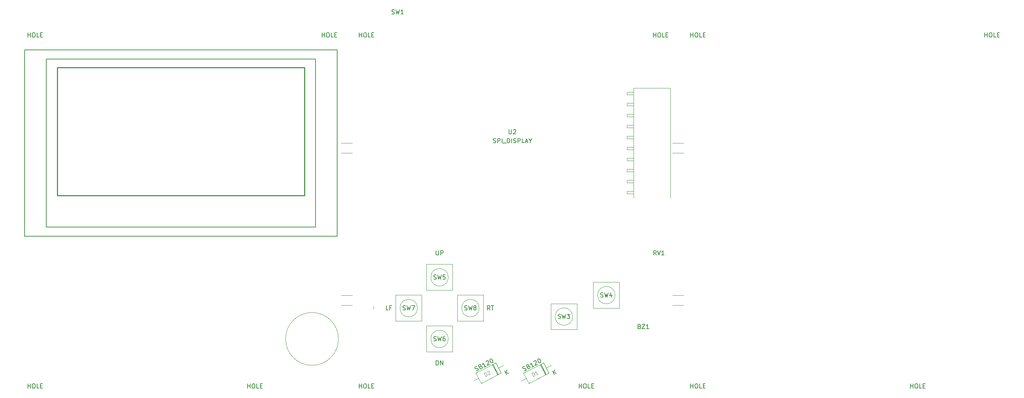
<source format=gbr>
G04 #@! TF.GenerationSoftware,KiCad,Pcbnew,(5.1.9-0-10_14)*
G04 #@! TF.CreationDate,2021-06-07T20:14:56-07:00*
G04 #@! TF.ProjectId,system,73797374-656d-42e6-9b69-6361645f7063,1.0-dev5*
G04 #@! TF.SameCoordinates,Original*
G04 #@! TF.FileFunction,Other,Fab,Top*
%FSLAX46Y46*%
G04 Gerber Fmt 4.6, Leading zero omitted, Abs format (unit mm)*
G04 Created by KiCad (PCBNEW (5.1.9-0-10_14)) date 2021-06-07 20:14:56*
%MOMM*%
%LPD*%
G01*
G04 APERTURE LIST*
%ADD10C,0.100000*%
%ADD11C,0.150000*%
%ADD12C,0.250000*%
%ADD13C,0.200000*%
%ADD14C,0.120000*%
G04 APERTURE END LIST*
D10*
X167636000Y-100076000D02*
X167640000Y-82296000D01*
X176146000Y-82296000D02*
X176146000Y-100076000D01*
X166116000Y-96566000D02*
X167636000Y-96566000D01*
X167636000Y-95966000D02*
X166116000Y-95966000D01*
X166116000Y-95966000D02*
X166116000Y-96566000D01*
X166116000Y-94026000D02*
X167636000Y-94026000D01*
X167636000Y-93426000D02*
X166116000Y-93426000D01*
X166116000Y-93426000D02*
X166116000Y-94026000D01*
X166116000Y-91486000D02*
X167636000Y-91486000D01*
X167636000Y-90886000D02*
X166116000Y-90886000D01*
X166116000Y-90886000D02*
X166116000Y-91486000D01*
X166116000Y-88946000D02*
X167636000Y-88946000D01*
X167636000Y-88346000D02*
X166116000Y-88346000D01*
X166116000Y-88346000D02*
X166116000Y-88946000D01*
X176146000Y-82296000D02*
X167640000Y-82296000D01*
X166116000Y-99106000D02*
X167636000Y-99106000D01*
X167636000Y-98506000D02*
X166116000Y-98506000D01*
X166116000Y-98506000D02*
X166116000Y-99106000D01*
X167636000Y-85806000D02*
X166116000Y-85806000D01*
X166116000Y-86406000D02*
X167636000Y-86406000D01*
X166116000Y-85806000D02*
X166116000Y-86406000D01*
X167636000Y-101046000D02*
X166116000Y-101046000D01*
X166116000Y-101646000D02*
X167636000Y-101646000D01*
X166116000Y-101046000D02*
X166116000Y-101646000D01*
X166116000Y-106126000D02*
X166116000Y-106726000D01*
X176146000Y-100076000D02*
X176146000Y-107696000D01*
X167636000Y-107696000D02*
X167636000Y-101046000D01*
X167640000Y-100076000D02*
X167636000Y-101046000D01*
X166116000Y-106726000D02*
X167636000Y-106726000D01*
X167636000Y-106126000D02*
X166116000Y-106126000D01*
X167636000Y-103586000D02*
X166116000Y-103586000D01*
X166116000Y-103586000D02*
X166116000Y-104186000D01*
X166116000Y-104186000D02*
X167636000Y-104186000D01*
X167636000Y-83266000D02*
X166116000Y-83266000D01*
X166116000Y-83266000D02*
X166116000Y-83866000D01*
X166116000Y-83866000D02*
X167636000Y-83866000D01*
X107696000Y-132669000D02*
X107696000Y-133269000D01*
X148140078Y-148097656D02*
X146893356Y-145702727D01*
X146893356Y-145702727D02*
X142280900Y-148103820D01*
X142280900Y-148103820D02*
X143527621Y-150498749D01*
X143527621Y-150498749D02*
X148140078Y-148097656D01*
X148590000Y-146341476D02*
X147516717Y-146900192D01*
X141830977Y-149860000D02*
X142904261Y-149301285D01*
X147448209Y-148457820D02*
X146201488Y-146062891D01*
X147359508Y-148503995D02*
X146112787Y-146109066D01*
X147536910Y-148411646D02*
X146290189Y-146016716D01*
X137119101Y-148097656D02*
X135872379Y-145702727D01*
X135872379Y-145702727D02*
X131259923Y-148103820D01*
X131259923Y-148103820D02*
X132506644Y-150498749D01*
X132506644Y-150498749D02*
X137119101Y-148097656D01*
X137569023Y-146341476D02*
X136495740Y-146900192D01*
X130810000Y-149860000D02*
X131883284Y-149301285D01*
X136427232Y-148457820D02*
X135180511Y-146062891D01*
X136338531Y-148503995D02*
X135091810Y-146109066D01*
X136515933Y-148411646D02*
X135269212Y-146016716D01*
D11*
X27309500Y-73496000D02*
X99309500Y-73496000D01*
X27309500Y-116496000D02*
X99309500Y-116496000D01*
X99309500Y-73496000D02*
X99309500Y-116496000D01*
X27309500Y-73496000D02*
X27309500Y-116496000D01*
D12*
X34809500Y-77596000D02*
X91809500Y-77596000D01*
X34809500Y-107096000D02*
X91809500Y-107096000D01*
D13*
X32309500Y-75596000D02*
X94309500Y-75596000D01*
X32309500Y-75596000D02*
X32309500Y-114396000D01*
X94309500Y-75596000D02*
X94309500Y-114396000D01*
X32309500Y-114396000D02*
X94309500Y-114396000D01*
D12*
X34809500Y-77596000D02*
X34809500Y-107096000D01*
X91809500Y-77596000D02*
X91809500Y-107096000D01*
D14*
X99635500Y-140208000D02*
G75*
G03*
X99635500Y-140208000I-6100000J0D01*
G01*
D10*
X148602000Y-135053000D02*
X148602000Y-132053000D01*
X148602000Y-132053000D02*
X154602000Y-132053000D01*
X154602000Y-132053000D02*
X154602000Y-138053000D01*
X154602000Y-138053000D02*
X148602000Y-138053000D01*
X148602000Y-138053000D02*
X148602000Y-135053000D01*
X153617564Y-135053000D02*
G75*
G03*
X153617564Y-135053000I-2015564J0D01*
G01*
X158381000Y-130100000D02*
X158381000Y-127100000D01*
X158381000Y-127100000D02*
X164381000Y-127100000D01*
X164381000Y-127100000D02*
X164381000Y-133100000D01*
X164381000Y-133100000D02*
X158381000Y-133100000D01*
X158381000Y-133100000D02*
X158381000Y-130100000D01*
X163396564Y-130100000D02*
G75*
G03*
X163396564Y-130100000I-2015564J0D01*
G01*
X119936000Y-125984000D02*
X119936000Y-122984000D01*
X119936000Y-122984000D02*
X125936000Y-122984000D01*
X125936000Y-122984000D02*
X125936000Y-128984000D01*
X125936000Y-128984000D02*
X119936000Y-128984000D01*
X119936000Y-128984000D02*
X119936000Y-125984000D01*
X124951564Y-125984000D02*
G75*
G03*
X124951564Y-125984000I-2015564J0D01*
G01*
X125936000Y-140208000D02*
X125936000Y-143208000D01*
X125936000Y-143208000D02*
X119936000Y-143208000D01*
X119936000Y-143208000D02*
X119936000Y-137208000D01*
X119936000Y-137208000D02*
X125936000Y-137208000D01*
X125936000Y-137208000D02*
X125936000Y-140208000D01*
X124951564Y-140208000D02*
G75*
G03*
X124951564Y-140208000I-2015564J0D01*
G01*
X112824000Y-133096000D02*
X112824000Y-130096000D01*
X112824000Y-130096000D02*
X118824000Y-130096000D01*
X118824000Y-130096000D02*
X118824000Y-136096000D01*
X118824000Y-136096000D02*
X112824000Y-136096000D01*
X112824000Y-136096000D02*
X112824000Y-133096000D01*
X117839564Y-133096000D02*
G75*
G03*
X117839564Y-133096000I-2015564J0D01*
G01*
X133048000Y-133096000D02*
X133048000Y-136096000D01*
X133048000Y-136096000D02*
X127048000Y-136096000D01*
X127048000Y-136096000D02*
X127048000Y-130096000D01*
X127048000Y-130096000D02*
X133048000Y-130096000D01*
X133048000Y-130096000D02*
X133048000Y-133096000D01*
X132063564Y-133096000D02*
G75*
G03*
X132063564Y-133096000I-2015564J0D01*
G01*
X179165000Y-130175000D02*
X176625000Y-130175000D01*
X179165000Y-132461000D02*
X176625000Y-132461000D01*
X179165000Y-97282000D02*
X176625000Y-97282000D01*
X179165000Y-94996000D02*
X176625000Y-94996000D01*
X100235000Y-97282000D02*
X102775000Y-97282000D01*
X100235000Y-94996000D02*
X102775000Y-94996000D01*
X100235000Y-130175000D02*
X102775000Y-130175000D01*
X100235000Y-132461000D02*
X102775000Y-132461000D01*
D11*
X142454384Y-147601746D02*
X142603088Y-147578021D01*
X142814281Y-147468080D01*
X142876770Y-147381866D01*
X142897021Y-147317639D01*
X142895284Y-147211174D01*
X142851308Y-147126697D01*
X142765093Y-147064207D01*
X142700866Y-147043957D01*
X142594401Y-147045694D01*
X142403458Y-147091408D01*
X142296993Y-147093145D01*
X142232767Y-147072895D01*
X142146552Y-147010405D01*
X142102576Y-146925928D01*
X142100838Y-146819463D01*
X142121089Y-146755236D01*
X142183578Y-146669022D01*
X142394771Y-146559082D01*
X142543475Y-146535356D01*
X143417185Y-146563695D02*
X143565889Y-146539970D01*
X143630116Y-146560220D01*
X143716330Y-146622709D01*
X143782294Y-146749425D01*
X143784032Y-146855891D01*
X143763781Y-146920117D01*
X143701292Y-147006332D01*
X143363383Y-147182236D01*
X142901635Y-146295225D01*
X143197305Y-146141309D01*
X143303770Y-146139572D01*
X143367997Y-146159822D01*
X143454211Y-146222311D01*
X143498187Y-146306789D01*
X143499925Y-146413254D01*
X143479674Y-146477480D01*
X143417185Y-146563695D01*
X143121515Y-146717611D01*
X144715019Y-146478619D02*
X144208155Y-146742475D01*
X144461587Y-146610547D02*
X143999838Y-145723536D01*
X143981325Y-145894228D01*
X143940824Y-146022682D01*
X143878335Y-146108896D01*
X144635155Y-145500181D02*
X144655406Y-145435955D01*
X144717895Y-145349740D01*
X144929088Y-145239800D01*
X145035553Y-145238062D01*
X145099780Y-145258313D01*
X145185994Y-145320802D01*
X145229971Y-145405279D01*
X145253696Y-145553983D01*
X145010689Y-146324703D01*
X145559791Y-146038859D01*
X145647144Y-144866003D02*
X145731622Y-144822027D01*
X145838087Y-144820290D01*
X145902313Y-144840540D01*
X145988528Y-144903030D01*
X146118719Y-145049996D01*
X146228659Y-145261189D01*
X146274372Y-145452132D01*
X146276110Y-145558597D01*
X146255859Y-145622823D01*
X146193370Y-145709038D01*
X146108893Y-145753014D01*
X146002428Y-145754752D01*
X145938201Y-145734501D01*
X145851986Y-145672012D01*
X145721796Y-145525045D01*
X145611855Y-145313852D01*
X145566142Y-145122910D01*
X145564405Y-145016445D01*
X145584655Y-144952218D01*
X145647144Y-144866003D01*
X149397721Y-148460295D02*
X148935973Y-147573285D01*
X149904585Y-148196439D02*
X149260581Y-147887468D01*
X149442836Y-147309428D02*
X149199829Y-148080148D01*
D14*
X144587735Y-148832928D02*
X144218336Y-148123319D01*
X144387290Y-148035367D01*
X144506253Y-148016386D01*
X144609016Y-148048787D01*
X144677988Y-148098779D01*
X144782140Y-148216352D01*
X144834912Y-148317724D01*
X144871482Y-148470478D01*
X144872872Y-148555651D01*
X144840471Y-148658413D01*
X144756689Y-148744975D01*
X144587735Y-148832928D01*
X145669043Y-148270034D02*
X145263553Y-148481119D01*
X145466298Y-148375576D02*
X145096899Y-147665968D01*
X145082088Y-147802521D01*
X145049688Y-147905284D01*
X144999696Y-147974256D01*
D11*
X131433407Y-147601746D02*
X131582111Y-147578021D01*
X131793304Y-147468080D01*
X131855793Y-147381866D01*
X131876044Y-147317639D01*
X131874307Y-147211174D01*
X131830331Y-147126697D01*
X131744116Y-147064207D01*
X131679889Y-147043957D01*
X131573424Y-147045694D01*
X131382481Y-147091408D01*
X131276016Y-147093145D01*
X131211790Y-147072895D01*
X131125575Y-147010405D01*
X131081599Y-146925928D01*
X131079861Y-146819463D01*
X131100112Y-146755236D01*
X131162601Y-146669022D01*
X131373794Y-146559082D01*
X131522498Y-146535356D01*
X132396208Y-146563695D02*
X132544912Y-146539970D01*
X132609139Y-146560220D01*
X132695353Y-146622709D01*
X132761317Y-146749425D01*
X132763055Y-146855891D01*
X132742804Y-146920117D01*
X132680315Y-147006332D01*
X132342406Y-147182236D01*
X131880658Y-146295225D01*
X132176328Y-146141309D01*
X132282793Y-146139572D01*
X132347020Y-146159822D01*
X132433234Y-146222311D01*
X132477210Y-146306789D01*
X132478948Y-146413254D01*
X132458697Y-146477480D01*
X132396208Y-146563695D01*
X132100538Y-146717611D01*
X133694042Y-146478619D02*
X133187178Y-146742475D01*
X133440610Y-146610547D02*
X132978861Y-145723536D01*
X132960348Y-145894228D01*
X132919847Y-146022682D01*
X132857358Y-146108896D01*
X133614178Y-145500181D02*
X133634429Y-145435955D01*
X133696918Y-145349740D01*
X133908111Y-145239800D01*
X134014576Y-145238062D01*
X134078803Y-145258313D01*
X134165017Y-145320802D01*
X134208994Y-145405279D01*
X134232719Y-145553983D01*
X133989712Y-146324703D01*
X134538814Y-146038859D01*
X134626167Y-144866003D02*
X134710645Y-144822027D01*
X134817110Y-144820290D01*
X134881336Y-144840540D01*
X134967551Y-144903030D01*
X135097742Y-145049996D01*
X135207682Y-145261189D01*
X135253395Y-145452132D01*
X135255133Y-145558597D01*
X135234882Y-145622823D01*
X135172393Y-145709038D01*
X135087916Y-145753014D01*
X134981451Y-145754752D01*
X134917224Y-145734501D01*
X134831009Y-145672012D01*
X134700819Y-145525045D01*
X134590878Y-145313852D01*
X134545165Y-145122910D01*
X134543428Y-145016445D01*
X134563678Y-144952218D01*
X134626167Y-144866003D01*
X138376744Y-148460295D02*
X137914996Y-147573285D01*
X138883608Y-148196439D02*
X138239604Y-147887468D01*
X138421859Y-147309428D02*
X138178852Y-148080148D01*
D14*
X133566758Y-148832928D02*
X133197359Y-148123319D01*
X133366313Y-148035367D01*
X133485276Y-148016386D01*
X133588039Y-148048787D01*
X133657011Y-148098779D01*
X133761163Y-148216352D01*
X133813935Y-148317724D01*
X133850505Y-148470478D01*
X133851895Y-148555651D01*
X133819494Y-148658413D01*
X133735712Y-148744975D01*
X133566758Y-148832928D01*
X133908357Y-147839092D02*
X133924558Y-147787711D01*
X133974549Y-147718739D01*
X134143504Y-147630787D01*
X134228676Y-147629397D01*
X134280057Y-147645597D01*
X134349029Y-147695589D01*
X134384210Y-147763171D01*
X134403190Y-147882134D01*
X134208785Y-148498709D01*
X134648066Y-148270034D01*
D11*
X138938095Y-91908380D02*
X138938095Y-92717904D01*
X138985714Y-92813142D01*
X139033333Y-92860761D01*
X139128571Y-92908380D01*
X139319047Y-92908380D01*
X139414285Y-92860761D01*
X139461904Y-92813142D01*
X139509523Y-92717904D01*
X139509523Y-91908380D01*
X139938095Y-92003619D02*
X139985714Y-91956000D01*
X140080952Y-91908380D01*
X140319047Y-91908380D01*
X140414285Y-91956000D01*
X140461904Y-92003619D01*
X140509523Y-92098857D01*
X140509523Y-92194095D01*
X140461904Y-92336952D01*
X139890476Y-92908380D01*
X140509523Y-92908380D01*
X135319047Y-94900761D02*
X135461904Y-94948380D01*
X135700000Y-94948380D01*
X135795238Y-94900761D01*
X135842857Y-94853142D01*
X135890476Y-94757904D01*
X135890476Y-94662666D01*
X135842857Y-94567428D01*
X135795238Y-94519809D01*
X135700000Y-94472190D01*
X135509523Y-94424571D01*
X135414285Y-94376952D01*
X135366666Y-94329333D01*
X135319047Y-94234095D01*
X135319047Y-94138857D01*
X135366666Y-94043619D01*
X135414285Y-93996000D01*
X135509523Y-93948380D01*
X135747619Y-93948380D01*
X135890476Y-93996000D01*
X136319047Y-94948380D02*
X136319047Y-93948380D01*
X136700000Y-93948380D01*
X136795238Y-93996000D01*
X136842857Y-94043619D01*
X136890476Y-94138857D01*
X136890476Y-94281714D01*
X136842857Y-94376952D01*
X136795238Y-94424571D01*
X136700000Y-94472190D01*
X136319047Y-94472190D01*
X137319047Y-94948380D02*
X137319047Y-93948380D01*
X137557142Y-95043619D02*
X138319047Y-95043619D01*
X138557142Y-94948380D02*
X138557142Y-93948380D01*
X138795238Y-93948380D01*
X138938095Y-93996000D01*
X139033333Y-94091238D01*
X139080952Y-94186476D01*
X139128571Y-94376952D01*
X139128571Y-94519809D01*
X139080952Y-94710285D01*
X139033333Y-94805523D01*
X138938095Y-94900761D01*
X138795238Y-94948380D01*
X138557142Y-94948380D01*
X139557142Y-94948380D02*
X139557142Y-93948380D01*
X139985714Y-94900761D02*
X140128571Y-94948380D01*
X140366666Y-94948380D01*
X140461904Y-94900761D01*
X140509523Y-94853142D01*
X140557142Y-94757904D01*
X140557142Y-94662666D01*
X140509523Y-94567428D01*
X140461904Y-94519809D01*
X140366666Y-94472190D01*
X140176190Y-94424571D01*
X140080952Y-94376952D01*
X140033333Y-94329333D01*
X139985714Y-94234095D01*
X139985714Y-94138857D01*
X140033333Y-94043619D01*
X140080952Y-93996000D01*
X140176190Y-93948380D01*
X140414285Y-93948380D01*
X140557142Y-93996000D01*
X140985714Y-94948380D02*
X140985714Y-93948380D01*
X141366666Y-93948380D01*
X141461904Y-93996000D01*
X141509523Y-94043619D01*
X141557142Y-94138857D01*
X141557142Y-94281714D01*
X141509523Y-94376952D01*
X141461904Y-94424571D01*
X141366666Y-94472190D01*
X140985714Y-94472190D01*
X142461904Y-94948380D02*
X141985714Y-94948380D01*
X141985714Y-93948380D01*
X142747619Y-94662666D02*
X143223809Y-94662666D01*
X142652380Y-94948380D02*
X142985714Y-93948380D01*
X143319047Y-94948380D01*
X143842857Y-94472190D02*
X143842857Y-94948380D01*
X143509523Y-93948380D02*
X143842857Y-94472190D01*
X144176190Y-93948380D01*
X150268666Y-135457761D02*
X150411523Y-135505380D01*
X150649619Y-135505380D01*
X150744857Y-135457761D01*
X150792476Y-135410142D01*
X150840095Y-135314904D01*
X150840095Y-135219666D01*
X150792476Y-135124428D01*
X150744857Y-135076809D01*
X150649619Y-135029190D01*
X150459142Y-134981571D01*
X150363904Y-134933952D01*
X150316285Y-134886333D01*
X150268666Y-134791095D01*
X150268666Y-134695857D01*
X150316285Y-134600619D01*
X150363904Y-134553000D01*
X150459142Y-134505380D01*
X150697238Y-134505380D01*
X150840095Y-134553000D01*
X151173428Y-134505380D02*
X151411523Y-135505380D01*
X151602000Y-134791095D01*
X151792476Y-135505380D01*
X152030571Y-134505380D01*
X152316285Y-134505380D02*
X152935333Y-134505380D01*
X152602000Y-134886333D01*
X152744857Y-134886333D01*
X152840095Y-134933952D01*
X152887714Y-134981571D01*
X152935333Y-135076809D01*
X152935333Y-135314904D01*
X152887714Y-135410142D01*
X152840095Y-135457761D01*
X152744857Y-135505380D01*
X152459142Y-135505380D01*
X152363904Y-135457761D01*
X152316285Y-135410142D01*
X160047666Y-130504761D02*
X160190523Y-130552380D01*
X160428619Y-130552380D01*
X160523857Y-130504761D01*
X160571476Y-130457142D01*
X160619095Y-130361904D01*
X160619095Y-130266666D01*
X160571476Y-130171428D01*
X160523857Y-130123809D01*
X160428619Y-130076190D01*
X160238142Y-130028571D01*
X160142904Y-129980952D01*
X160095285Y-129933333D01*
X160047666Y-129838095D01*
X160047666Y-129742857D01*
X160095285Y-129647619D01*
X160142904Y-129600000D01*
X160238142Y-129552380D01*
X160476238Y-129552380D01*
X160619095Y-129600000D01*
X160952428Y-129552380D02*
X161190523Y-130552380D01*
X161381000Y-129838095D01*
X161571476Y-130552380D01*
X161809571Y-129552380D01*
X162619095Y-129885714D02*
X162619095Y-130552380D01*
X162381000Y-129504761D02*
X162142904Y-130219047D01*
X162761952Y-130219047D01*
X122150285Y-119848380D02*
X122150285Y-120657904D01*
X122197904Y-120753142D01*
X122245523Y-120800761D01*
X122340761Y-120848380D01*
X122531238Y-120848380D01*
X122626476Y-120800761D01*
X122674095Y-120753142D01*
X122721714Y-120657904D01*
X122721714Y-119848380D01*
X123197904Y-120848380D02*
X123197904Y-119848380D01*
X123578857Y-119848380D01*
X123674095Y-119896000D01*
X123721714Y-119943619D01*
X123769333Y-120038857D01*
X123769333Y-120181714D01*
X123721714Y-120276952D01*
X123674095Y-120324571D01*
X123578857Y-120372190D01*
X123197904Y-120372190D01*
X121602666Y-126388761D02*
X121745523Y-126436380D01*
X121983619Y-126436380D01*
X122078857Y-126388761D01*
X122126476Y-126341142D01*
X122174095Y-126245904D01*
X122174095Y-126150666D01*
X122126476Y-126055428D01*
X122078857Y-126007809D01*
X121983619Y-125960190D01*
X121793142Y-125912571D01*
X121697904Y-125864952D01*
X121650285Y-125817333D01*
X121602666Y-125722095D01*
X121602666Y-125626857D01*
X121650285Y-125531619D01*
X121697904Y-125484000D01*
X121793142Y-125436380D01*
X122031238Y-125436380D01*
X122174095Y-125484000D01*
X122507428Y-125436380D02*
X122745523Y-126436380D01*
X122936000Y-125722095D01*
X123126476Y-126436380D01*
X123364571Y-125436380D01*
X124221714Y-125436380D02*
X123745523Y-125436380D01*
X123697904Y-125912571D01*
X123745523Y-125864952D01*
X123840761Y-125817333D01*
X124078857Y-125817333D01*
X124174095Y-125864952D01*
X124221714Y-125912571D01*
X124269333Y-126007809D01*
X124269333Y-126245904D01*
X124221714Y-126341142D01*
X124174095Y-126388761D01*
X124078857Y-126436380D01*
X123840761Y-126436380D01*
X123745523Y-126388761D01*
X123697904Y-126341142D01*
X122150285Y-146248380D02*
X122150285Y-145248380D01*
X122388380Y-145248380D01*
X122531238Y-145296000D01*
X122626476Y-145391238D01*
X122674095Y-145486476D01*
X122721714Y-145676952D01*
X122721714Y-145819809D01*
X122674095Y-146010285D01*
X122626476Y-146105523D01*
X122531238Y-146200761D01*
X122388380Y-146248380D01*
X122150285Y-146248380D01*
X123150285Y-146248380D02*
X123150285Y-145248380D01*
X123721714Y-146248380D01*
X123721714Y-145248380D01*
X121602666Y-140612761D02*
X121745523Y-140660380D01*
X121983619Y-140660380D01*
X122078857Y-140612761D01*
X122126476Y-140565142D01*
X122174095Y-140469904D01*
X122174095Y-140374666D01*
X122126476Y-140279428D01*
X122078857Y-140231809D01*
X121983619Y-140184190D01*
X121793142Y-140136571D01*
X121697904Y-140088952D01*
X121650285Y-140041333D01*
X121602666Y-139946095D01*
X121602666Y-139850857D01*
X121650285Y-139755619D01*
X121697904Y-139708000D01*
X121793142Y-139660380D01*
X122031238Y-139660380D01*
X122174095Y-139708000D01*
X122507428Y-139660380D02*
X122745523Y-140660380D01*
X122936000Y-139946095D01*
X123126476Y-140660380D01*
X123364571Y-139660380D01*
X124174095Y-139660380D02*
X123983619Y-139660380D01*
X123888380Y-139708000D01*
X123840761Y-139755619D01*
X123745523Y-139898476D01*
X123697904Y-140088952D01*
X123697904Y-140469904D01*
X123745523Y-140565142D01*
X123793142Y-140612761D01*
X123888380Y-140660380D01*
X124078857Y-140660380D01*
X124174095Y-140612761D01*
X124221714Y-140565142D01*
X124269333Y-140469904D01*
X124269333Y-140231809D01*
X124221714Y-140136571D01*
X124174095Y-140088952D01*
X124078857Y-140041333D01*
X123888380Y-140041333D01*
X123793142Y-140088952D01*
X123745523Y-140136571D01*
X123697904Y-140231809D01*
X111132952Y-133548380D02*
X110656761Y-133548380D01*
X110656761Y-132548380D01*
X111799619Y-133024571D02*
X111466285Y-133024571D01*
X111466285Y-133548380D02*
X111466285Y-132548380D01*
X111942476Y-132548380D01*
X114490666Y-133500761D02*
X114633523Y-133548380D01*
X114871619Y-133548380D01*
X114966857Y-133500761D01*
X115014476Y-133453142D01*
X115062095Y-133357904D01*
X115062095Y-133262666D01*
X115014476Y-133167428D01*
X114966857Y-133119809D01*
X114871619Y-133072190D01*
X114681142Y-133024571D01*
X114585904Y-132976952D01*
X114538285Y-132929333D01*
X114490666Y-132834095D01*
X114490666Y-132738857D01*
X114538285Y-132643619D01*
X114585904Y-132596000D01*
X114681142Y-132548380D01*
X114919238Y-132548380D01*
X115062095Y-132596000D01*
X115395428Y-132548380D02*
X115633523Y-133548380D01*
X115824000Y-132834095D01*
X116014476Y-133548380D01*
X116252571Y-132548380D01*
X116538285Y-132548380D02*
X117204952Y-132548380D01*
X116776380Y-133548380D01*
X134548571Y-133548380D02*
X134215238Y-133072190D01*
X133977142Y-133548380D02*
X133977142Y-132548380D01*
X134358095Y-132548380D01*
X134453333Y-132596000D01*
X134500952Y-132643619D01*
X134548571Y-132738857D01*
X134548571Y-132881714D01*
X134500952Y-132976952D01*
X134453333Y-133024571D01*
X134358095Y-133072190D01*
X133977142Y-133072190D01*
X134834285Y-132548380D02*
X135405714Y-132548380D01*
X135120000Y-133548380D02*
X135120000Y-132548380D01*
X128714666Y-133500761D02*
X128857523Y-133548380D01*
X129095619Y-133548380D01*
X129190857Y-133500761D01*
X129238476Y-133453142D01*
X129286095Y-133357904D01*
X129286095Y-133262666D01*
X129238476Y-133167428D01*
X129190857Y-133119809D01*
X129095619Y-133072190D01*
X128905142Y-133024571D01*
X128809904Y-132976952D01*
X128762285Y-132929333D01*
X128714666Y-132834095D01*
X128714666Y-132738857D01*
X128762285Y-132643619D01*
X128809904Y-132596000D01*
X128905142Y-132548380D01*
X129143238Y-132548380D01*
X129286095Y-132596000D01*
X129619428Y-132548380D02*
X129857523Y-133548380D01*
X130048000Y-132834095D01*
X130238476Y-133548380D01*
X130476571Y-132548380D01*
X131000380Y-132976952D02*
X130905142Y-132929333D01*
X130857523Y-132881714D01*
X130809904Y-132786476D01*
X130809904Y-132738857D01*
X130857523Y-132643619D01*
X130905142Y-132596000D01*
X131000380Y-132548380D01*
X131190857Y-132548380D01*
X131286095Y-132596000D01*
X131333714Y-132643619D01*
X131381333Y-132738857D01*
X131381333Y-132786476D01*
X131333714Y-132881714D01*
X131286095Y-132929333D01*
X131190857Y-132976952D01*
X131000380Y-132976952D01*
X130905142Y-133024571D01*
X130857523Y-133072190D01*
X130809904Y-133167428D01*
X130809904Y-133357904D01*
X130857523Y-133453142D01*
X130905142Y-133500761D01*
X131000380Y-133548380D01*
X131190857Y-133548380D01*
X131286095Y-133500761D01*
X131333714Y-133453142D01*
X131381333Y-133357904D01*
X131381333Y-133167428D01*
X131333714Y-133072190D01*
X131286095Y-133024571D01*
X131190857Y-132976952D01*
X248632833Y-70556380D02*
X248632833Y-69556380D01*
X248632833Y-70032571D02*
X249204261Y-70032571D01*
X249204261Y-70556380D02*
X249204261Y-69556380D01*
X249870928Y-69556380D02*
X250061404Y-69556380D01*
X250156642Y-69604000D01*
X250251880Y-69699238D01*
X250299500Y-69889714D01*
X250299500Y-70223047D01*
X250251880Y-70413523D01*
X250156642Y-70508761D01*
X250061404Y-70556380D01*
X249870928Y-70556380D01*
X249775690Y-70508761D01*
X249680452Y-70413523D01*
X249632833Y-70223047D01*
X249632833Y-69889714D01*
X249680452Y-69699238D01*
X249775690Y-69604000D01*
X249870928Y-69556380D01*
X251204261Y-70556380D02*
X250728071Y-70556380D01*
X250728071Y-69556380D01*
X251537595Y-70032571D02*
X251870928Y-70032571D01*
X252013785Y-70556380D02*
X251537595Y-70556380D01*
X251537595Y-69556380D01*
X252013785Y-69556380D01*
X231487833Y-151582380D02*
X231487833Y-150582380D01*
X231487833Y-151058571D02*
X232059261Y-151058571D01*
X232059261Y-151582380D02*
X232059261Y-150582380D01*
X232725928Y-150582380D02*
X232916404Y-150582380D01*
X233011642Y-150630000D01*
X233106880Y-150725238D01*
X233154500Y-150915714D01*
X233154500Y-151249047D01*
X233106880Y-151439523D01*
X233011642Y-151534761D01*
X232916404Y-151582380D01*
X232725928Y-151582380D01*
X232630690Y-151534761D01*
X232535452Y-151439523D01*
X232487833Y-151249047D01*
X232487833Y-150915714D01*
X232535452Y-150725238D01*
X232630690Y-150630000D01*
X232725928Y-150582380D01*
X234059261Y-151582380D02*
X233583071Y-151582380D01*
X233583071Y-150582380D01*
X234392595Y-151058571D02*
X234725928Y-151058571D01*
X234868785Y-151582380D02*
X234392595Y-151582380D01*
X234392595Y-150582380D01*
X234868785Y-150582380D01*
X180814833Y-70556380D02*
X180814833Y-69556380D01*
X180814833Y-70032571D02*
X181386261Y-70032571D01*
X181386261Y-70556380D02*
X181386261Y-69556380D01*
X182052928Y-69556380D02*
X182243404Y-69556380D01*
X182338642Y-69604000D01*
X182433880Y-69699238D01*
X182481500Y-69889714D01*
X182481500Y-70223047D01*
X182433880Y-70413523D01*
X182338642Y-70508761D01*
X182243404Y-70556380D01*
X182052928Y-70556380D01*
X181957690Y-70508761D01*
X181862452Y-70413523D01*
X181814833Y-70223047D01*
X181814833Y-69889714D01*
X181862452Y-69699238D01*
X181957690Y-69604000D01*
X182052928Y-69556380D01*
X183386261Y-70556380D02*
X182910071Y-70556380D01*
X182910071Y-69556380D01*
X183719595Y-70032571D02*
X184052928Y-70032571D01*
X184195785Y-70556380D02*
X183719595Y-70556380D01*
X183719595Y-69556380D01*
X184195785Y-69556380D01*
X180814833Y-151582380D02*
X180814833Y-150582380D01*
X180814833Y-151058571D02*
X181386261Y-151058571D01*
X181386261Y-151582380D02*
X181386261Y-150582380D01*
X182052928Y-150582380D02*
X182243404Y-150582380D01*
X182338642Y-150630000D01*
X182433880Y-150725238D01*
X182481500Y-150915714D01*
X182481500Y-151249047D01*
X182433880Y-151439523D01*
X182338642Y-151534761D01*
X182243404Y-151582380D01*
X182052928Y-151582380D01*
X181957690Y-151534761D01*
X181862452Y-151439523D01*
X181814833Y-151249047D01*
X181814833Y-150915714D01*
X181862452Y-150725238D01*
X181957690Y-150630000D01*
X182052928Y-150582380D01*
X183386261Y-151582380D02*
X182910071Y-151582380D01*
X182910071Y-150582380D01*
X183719595Y-151058571D02*
X184052928Y-151058571D01*
X184195785Y-151582380D02*
X183719595Y-151582380D01*
X183719595Y-150582380D01*
X184195785Y-150582380D01*
X172886761Y-120848380D02*
X172553428Y-120372190D01*
X172315333Y-120848380D02*
X172315333Y-119848380D01*
X172696285Y-119848380D01*
X172791523Y-119896000D01*
X172839142Y-119943619D01*
X172886761Y-120038857D01*
X172886761Y-120181714D01*
X172839142Y-120276952D01*
X172791523Y-120324571D01*
X172696285Y-120372190D01*
X172315333Y-120372190D01*
X173172476Y-119848380D02*
X173505809Y-120848380D01*
X173839142Y-119848380D01*
X174696285Y-120848380D02*
X174124857Y-120848380D01*
X174410571Y-120848380D02*
X174410571Y-119848380D01*
X174315333Y-119991238D01*
X174220095Y-120086476D01*
X174124857Y-120134095D01*
X95851833Y-70556380D02*
X95851833Y-69556380D01*
X95851833Y-70032571D02*
X96423261Y-70032571D01*
X96423261Y-70556380D02*
X96423261Y-69556380D01*
X97089928Y-69556380D02*
X97280404Y-69556380D01*
X97375642Y-69604000D01*
X97470880Y-69699238D01*
X97518500Y-69889714D01*
X97518500Y-70223047D01*
X97470880Y-70413523D01*
X97375642Y-70508761D01*
X97280404Y-70556380D01*
X97089928Y-70556380D01*
X96994690Y-70508761D01*
X96899452Y-70413523D01*
X96851833Y-70223047D01*
X96851833Y-69889714D01*
X96899452Y-69699238D01*
X96994690Y-69604000D01*
X97089928Y-69556380D01*
X98423261Y-70556380D02*
X97947071Y-70556380D01*
X97947071Y-69556380D01*
X98756595Y-70032571D02*
X99089928Y-70032571D01*
X99232785Y-70556380D02*
X98756595Y-70556380D01*
X98756595Y-69556380D01*
X99232785Y-69556380D01*
X78706833Y-151582380D02*
X78706833Y-150582380D01*
X78706833Y-151058571D02*
X79278261Y-151058571D01*
X79278261Y-151582380D02*
X79278261Y-150582380D01*
X79944928Y-150582380D02*
X80135404Y-150582380D01*
X80230642Y-150630000D01*
X80325880Y-150725238D01*
X80373500Y-150915714D01*
X80373500Y-151249047D01*
X80325880Y-151439523D01*
X80230642Y-151534761D01*
X80135404Y-151582380D01*
X79944928Y-151582380D01*
X79849690Y-151534761D01*
X79754452Y-151439523D01*
X79706833Y-151249047D01*
X79706833Y-150915714D01*
X79754452Y-150725238D01*
X79849690Y-150630000D01*
X79944928Y-150582380D01*
X81278261Y-151582380D02*
X80802071Y-151582380D01*
X80802071Y-150582380D01*
X81611595Y-151058571D02*
X81944928Y-151058571D01*
X82087785Y-151582380D02*
X81611595Y-151582380D01*
X81611595Y-150582380D01*
X82087785Y-150582380D01*
X28033833Y-70556380D02*
X28033833Y-69556380D01*
X28033833Y-70032571D02*
X28605261Y-70032571D01*
X28605261Y-70556380D02*
X28605261Y-69556380D01*
X29271928Y-69556380D02*
X29462404Y-69556380D01*
X29557642Y-69604000D01*
X29652880Y-69699238D01*
X29700500Y-69889714D01*
X29700500Y-70223047D01*
X29652880Y-70413523D01*
X29557642Y-70508761D01*
X29462404Y-70556380D01*
X29271928Y-70556380D01*
X29176690Y-70508761D01*
X29081452Y-70413523D01*
X29033833Y-70223047D01*
X29033833Y-69889714D01*
X29081452Y-69699238D01*
X29176690Y-69604000D01*
X29271928Y-69556380D01*
X30605261Y-70556380D02*
X30129071Y-70556380D01*
X30129071Y-69556380D01*
X30938595Y-70032571D02*
X31271928Y-70032571D01*
X31414785Y-70556380D02*
X30938595Y-70556380D01*
X30938595Y-69556380D01*
X31414785Y-69556380D01*
X28033833Y-151582380D02*
X28033833Y-150582380D01*
X28033833Y-151058571D02*
X28605261Y-151058571D01*
X28605261Y-151582380D02*
X28605261Y-150582380D01*
X29271928Y-150582380D02*
X29462404Y-150582380D01*
X29557642Y-150630000D01*
X29652880Y-150725238D01*
X29700500Y-150915714D01*
X29700500Y-151249047D01*
X29652880Y-151439523D01*
X29557642Y-151534761D01*
X29462404Y-151582380D01*
X29271928Y-151582380D01*
X29176690Y-151534761D01*
X29081452Y-151439523D01*
X29033833Y-151249047D01*
X29033833Y-150915714D01*
X29081452Y-150725238D01*
X29176690Y-150630000D01*
X29271928Y-150582380D01*
X30605261Y-151582380D02*
X30129071Y-151582380D01*
X30129071Y-150582380D01*
X30938595Y-151058571D02*
X31271928Y-151058571D01*
X31414785Y-151582380D02*
X30938595Y-151582380D01*
X30938595Y-150582380D01*
X31414785Y-150582380D01*
X104424333Y-151582380D02*
X104424333Y-150582380D01*
X104424333Y-151058571D02*
X104995761Y-151058571D01*
X104995761Y-151582380D02*
X104995761Y-150582380D01*
X105662428Y-150582380D02*
X105852904Y-150582380D01*
X105948142Y-150630000D01*
X106043380Y-150725238D01*
X106091000Y-150915714D01*
X106091000Y-151249047D01*
X106043380Y-151439523D01*
X105948142Y-151534761D01*
X105852904Y-151582380D01*
X105662428Y-151582380D01*
X105567190Y-151534761D01*
X105471952Y-151439523D01*
X105424333Y-151249047D01*
X105424333Y-150915714D01*
X105471952Y-150725238D01*
X105567190Y-150630000D01*
X105662428Y-150582380D01*
X106995761Y-151582380D02*
X106519571Y-151582380D01*
X106519571Y-150582380D01*
X107329095Y-151058571D02*
X107662428Y-151058571D01*
X107805285Y-151582380D02*
X107329095Y-151582380D01*
X107329095Y-150582380D01*
X107805285Y-150582380D01*
X104424333Y-70556380D02*
X104424333Y-69556380D01*
X104424333Y-70032571D02*
X104995761Y-70032571D01*
X104995761Y-70556380D02*
X104995761Y-69556380D01*
X105662428Y-69556380D02*
X105852904Y-69556380D01*
X105948142Y-69604000D01*
X106043380Y-69699238D01*
X106091000Y-69889714D01*
X106091000Y-70223047D01*
X106043380Y-70413523D01*
X105948142Y-70508761D01*
X105852904Y-70556380D01*
X105662428Y-70556380D01*
X105567190Y-70508761D01*
X105471952Y-70413523D01*
X105424333Y-70223047D01*
X105424333Y-69889714D01*
X105471952Y-69699238D01*
X105567190Y-69604000D01*
X105662428Y-69556380D01*
X106995761Y-70556380D02*
X106519571Y-70556380D01*
X106519571Y-69556380D01*
X107329095Y-70032571D02*
X107662428Y-70032571D01*
X107805285Y-70556380D02*
X107329095Y-70556380D01*
X107329095Y-69556380D01*
X107805285Y-69556380D01*
X155097333Y-151582380D02*
X155097333Y-150582380D01*
X155097333Y-151058571D02*
X155668761Y-151058571D01*
X155668761Y-151582380D02*
X155668761Y-150582380D01*
X156335428Y-150582380D02*
X156525904Y-150582380D01*
X156621142Y-150630000D01*
X156716380Y-150725238D01*
X156764000Y-150915714D01*
X156764000Y-151249047D01*
X156716380Y-151439523D01*
X156621142Y-151534761D01*
X156525904Y-151582380D01*
X156335428Y-151582380D01*
X156240190Y-151534761D01*
X156144952Y-151439523D01*
X156097333Y-151249047D01*
X156097333Y-150915714D01*
X156144952Y-150725238D01*
X156240190Y-150630000D01*
X156335428Y-150582380D01*
X157668761Y-151582380D02*
X157192571Y-151582380D01*
X157192571Y-150582380D01*
X158002095Y-151058571D02*
X158335428Y-151058571D01*
X158478285Y-151582380D02*
X158002095Y-151582380D01*
X158002095Y-150582380D01*
X158478285Y-150582380D01*
X172242333Y-70556380D02*
X172242333Y-69556380D01*
X172242333Y-70032571D02*
X172813761Y-70032571D01*
X172813761Y-70556380D02*
X172813761Y-69556380D01*
X173480428Y-69556380D02*
X173670904Y-69556380D01*
X173766142Y-69604000D01*
X173861380Y-69699238D01*
X173909000Y-69889714D01*
X173909000Y-70223047D01*
X173861380Y-70413523D01*
X173766142Y-70508761D01*
X173670904Y-70556380D01*
X173480428Y-70556380D01*
X173385190Y-70508761D01*
X173289952Y-70413523D01*
X173242333Y-70223047D01*
X173242333Y-69889714D01*
X173289952Y-69699238D01*
X173385190Y-69604000D01*
X173480428Y-69556380D01*
X174813761Y-70556380D02*
X174337571Y-70556380D01*
X174337571Y-69556380D01*
X175147095Y-70032571D02*
X175480428Y-70032571D01*
X175623285Y-70556380D02*
X175147095Y-70556380D01*
X175147095Y-69556380D01*
X175623285Y-69556380D01*
X169045047Y-137342571D02*
X169187904Y-137390190D01*
X169235523Y-137437809D01*
X169283142Y-137533047D01*
X169283142Y-137675904D01*
X169235523Y-137771142D01*
X169187904Y-137818761D01*
X169092666Y-137866380D01*
X168711714Y-137866380D01*
X168711714Y-136866380D01*
X169045047Y-136866380D01*
X169140285Y-136914000D01*
X169187904Y-136961619D01*
X169235523Y-137056857D01*
X169235523Y-137152095D01*
X169187904Y-137247333D01*
X169140285Y-137294952D01*
X169045047Y-137342571D01*
X168711714Y-137342571D01*
X169616476Y-136866380D02*
X170283142Y-136866380D01*
X169616476Y-137866380D01*
X170283142Y-137866380D01*
X171187904Y-137866380D02*
X170616476Y-137866380D01*
X170902190Y-137866380D02*
X170902190Y-136866380D01*
X170806952Y-137009238D01*
X170711714Y-137104476D01*
X170616476Y-137152095D01*
X111950666Y-65174761D02*
X112093523Y-65222380D01*
X112331619Y-65222380D01*
X112426857Y-65174761D01*
X112474476Y-65127142D01*
X112522095Y-65031904D01*
X112522095Y-64936666D01*
X112474476Y-64841428D01*
X112426857Y-64793809D01*
X112331619Y-64746190D01*
X112141142Y-64698571D01*
X112045904Y-64650952D01*
X111998285Y-64603333D01*
X111950666Y-64508095D01*
X111950666Y-64412857D01*
X111998285Y-64317619D01*
X112045904Y-64270000D01*
X112141142Y-64222380D01*
X112379238Y-64222380D01*
X112522095Y-64270000D01*
X112855428Y-64222380D02*
X113093523Y-65222380D01*
X113284000Y-64508095D01*
X113474476Y-65222380D01*
X113712571Y-64222380D01*
X114617333Y-65222380D02*
X114045904Y-65222380D01*
X114331619Y-65222380D02*
X114331619Y-64222380D01*
X114236380Y-64365238D01*
X114141142Y-64460476D01*
X114045904Y-64508095D01*
M02*

</source>
